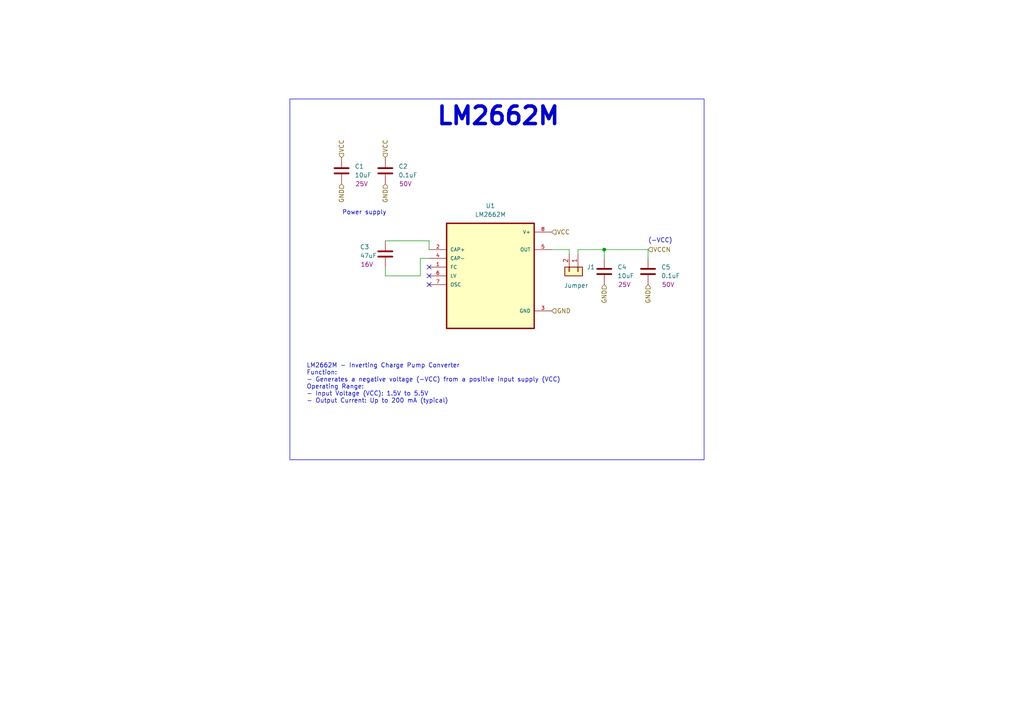
<source format=kicad_sch>
(kicad_sch (version 20250114) (generator "eeschema") (generator_version "9.0")
  (paper "A4")
  (lib_symbols
    (symbol "Connector_Generic:Conn_01x02" (pin_names (offset 1.016) (hide yes))
      (property "Reference" "J" (at 0 2.54 0))
      (property "Value" "Conn_01x02" (at 0 -5.08 0))
      (symbol "Conn_01x02_1_1"
        (rectangle (start -1.27 1.27) (end 1.27 -3.81) (stroke (width 0.254)) (fill (type background)))
        (rectangle (start -1.27 0.127) (end 0 -0.127) (stroke (width 0.1524)))
        (rectangle (start -1.27 -2.413) (end 0 -2.667) (stroke (width 0.1524)))
        (pin passive line (at -5.08 0 0) (length 3.81) (name "Pin_1") (number "1"))
        (pin passive line (at -5.08 -2.54 0) (length 3.81) (name "Pin_2") (number "2"))
      )
    )
    (symbol "LM2662M:LM2662M" (pin_names (offset 1.016))
      (property "Reference" "U" (at -12.7 16.24 0))
      (property "Value" "LM2662M" (at -12.7 -19.24 0))
      (symbol "LM2662M_0_0"
        (rectangle (start -12.7 -15.24) (end 12.7 15.24) (stroke (width 0.41)) (fill (type background)))
        (pin input line (at -17.78 7.62 0) (length 5.08) (name "CAP+") (number "2"))
        (pin input line (at -17.78 5.08 0) (length 5.08) (name "CAP-") (number "4"))
        (pin input line (at -17.78 2.54 0) (length 5.08) (name "FC") (number "1"))
        (pin input line (at -17.78 0 0) (length 5.08) (name "LV") (number "6"))
        (pin input line (at -17.78 -2.54 0) (length 5.08) (name "OSC") (number "7"))
        (pin power_in line (at 17.78 12.7 180) (length 5.08) (name "V+") (number "8"))
        (pin output line (at 17.78 7.62 180) (length 5.08) (name "OUT") (number "5"))
        (pin power_in line (at 17.78 -10.16 180) (length 5.08) (name "GND") (number "3"))
      )
    )
    (symbol "Library:C" (pin_numbers (hide yes)) (pin_names (offset 0.254))
      (property "Reference" "C" (at 0.635 2.54 0))
      (property "Value" "C" (at 0.635 -2.54 0))
      (symbol "C_0_1"
        (polyline (pts (xy -2.032 0.762) (xy 2.032 0.762)) (stroke (width 0.508)))
        (polyline (pts (xy -2.032 -0.762) (xy 2.032 -0.762)) (stroke (width 0.508)))
      )
      (symbol "C_1_1"
        (pin passive line (at 0 3.81 270) (length 2.794) (name "~") (number "1"))
        (pin passive line (at 0 -3.81 90) (length 2.794) (name "~") (number "2"))
      )
    )
  )
  (rectangle (start 84.074 28.702) (end 204.216 133.35))
  (text "Power supply\n" (at 105.664 61.722 0) (effects (font (size 1.27 1.27))))
  (text "(-VCC)" (at 191.516 69.85 0) (effects (font (size 1.27 1.27))))
  (text "LM2662M - Inverting Charge Pump Converter\nFunction:\n- Generates a negative voltage (-VCC) from a positive input supply (VCC)\nOperating Range:\n- Input Voltage (VCC): 1.5V to 5.5V\n- Output Current: Up to 200 mA (typical)\n\n" (at 88.9 112.268 0) (effects (font (size 1.27 1.27)) (justify left)))
  (text "LM2662M" (at 144.526 33.782 0) (effects (font (size 5.08 5.08) (thickness 1.016) (bold yes))))
  (junction (at 175.26 72.39))
  (no_connect (at 124.46 80.01))
  (no_connect (at 124.46 77.47))
  (no_connect (at 124.46 82.55))
  (wire (pts (xy 160.02 72.39) (xy 165.1 72.39)))
  (wire (pts (xy 124.46 74.93) (xy 121.92 74.93)))
  (wire (pts (xy 167.64 73.66) (xy 167.64 72.39)))
  (wire (pts (xy 175.26 72.39) (xy 175.26 74.93)))
  (wire (pts (xy 124.46 69.85) (xy 111.76 69.85)))
  (wire (pts (xy 187.96 74.93) (xy 187.96 72.39)))
  (wire (pts (xy 121.92 80.01) (xy 111.76 80.01)))
  (wire (pts (xy 165.1 72.39) (xy 165.1 73.66)))
  (wire (pts (xy 111.76 80.01) (xy 111.76 77.47)))
  (wire (pts (xy 187.96 72.39) (xy 175.26 72.39)))
  (wire (pts (xy 167.64 72.39) (xy 175.26 72.39)))
  (wire (pts (xy 121.92 74.93) (xy 121.92 80.01)))
  (wire (pts (xy 124.46 72.39) (xy 124.46 69.85)))
  (hierarchical_label "VCC" (shape input) (at 111.76 45.72 90))
  (hierarchical_label "GND" (shape input) (at 99.06 53.34 270))
  (hierarchical_label "VCC" (shape input) (at 160.02 67.31 0))
  (hierarchical_label "VCC" (shape input) (at 99.06 45.72 90))
  (hierarchical_label "GND" (shape input) (at 187.96 82.55 270))
  (hierarchical_label "GND" (shape input) (at 160.02 90.17 0))
  (hierarchical_label "GND" (shape input) (at 111.76 53.34 270))
  (hierarchical_label "VCCN" (shape input) (at 187.96 72.39 0))
  (hierarchical_label "GND" (shape input) (at 175.26 82.55 270))
  (symbol (lib_id "Library:C") (at 99.06 49.53 0) (unit 1)
    (property "Reference" "C1" (at 102.87 48.2599 0) (effects (justify left)))
    (property "Value" "10uF" (at 102.87 50.7999 0) (effects (justify left)))
    (property "Footprint" "Capacitor_SMD:C_0603_1608Metric" (effects (hide yes)))
    (property "Description" "Unpolarized capacitor" (effects (hide yes)))
    (property "package" "0603" (effects (hide yes)))
    (property "LCSC_part#" "C96446" (effects (hide yes)))
    (property "MPN" "CL10A106MA8NRNC" (effects (hide yes)))
    (property "Voltage" "25V" (at 104.902 53.34 0))
  )
  (symbol (lib_id "Library:C") (at 175.26 78.74 0) (unit 1)
    (property "Reference" "C4" (at 179.07 77.4699 0) (effects (justify left)))
    (property "Value" "10uF" (at 179.07 80.0099 0) (effects (justify left)))
    (property "Footprint" "Capacitor_SMD:C_0603_1608Metric" (effects (hide yes)))
    (property "Description" "Unpolarized capacitor" (effects (hide yes)))
    (property "package" "0603" (effects (hide yes)))
    (property "LCSC_part#" "C96446" (effects (hide yes)))
    (property "MPN" "CL10A106MA8NRNC" (effects (hide yes)))
    (property "Voltage" "25V" (at 181.102 82.55 0))
  )
  (symbol (lib_id "LM2662M:LM2662M") (at 142.24 80.01 0) (unit 1)
    (property "Reference" "U1" (at 142.24 59.69 0))
    (property "Value" "LM2662M" (at 142.24 62.23 0))
    (property "Footprint" "LM2662M:SOIC127P599X175-8N" (effects (hide yes)))
    (property "LCSC_part#" "C134022" (effects (hide yes)))
    (property "MPN" " LM2662M/NOPB" (effects (hide yes)))
  )
  (symbol (lib_id "Library:C") (at 111.76 73.66 0) (unit 1)
    (property "Reference" "C3" (at 104.394 71.6279 0) (effects (justify left)))
    (property "Value" "47uF" (at 104.394 74.1679 0) (effects (justify left)))
    (property "Footprint" "Capacitor_SMD:C_1210_3225Metric_Pad1.33x2.70mm_HandSolder" (effects (hide yes)))
    (property "Description" "Unpolarized capacitor" (effects (hide yes)))
    (property "package" "0603" (effects (hide yes)))
    (property "LCSC_part#" "C596320" (effects (hide yes)))
    (property "MPN" "CC1210KKX5R7BB476" (effects (hide yes)))
    (property "Voltage" "16V" (at 106.426 76.708 0))
  )
  (symbol (lib_id "Library:C") (at 187.96 78.74 0) (unit 1)
    (property "Reference" "C5" (at 191.77 77.4699 0) (effects (justify left)))
    (property "Value" "0.1uF" (at 191.77 80.0099 0) (effects (justify left)))
    (property "Footprint" "Capacitor_SMD:C_0603_1608Metric" (effects (hide yes)))
    (property "Description" "Unpolarized capacitor" (effects (hide yes)))
    (property "package" "0603" (effects (hide yes)))
    (property "LCSC_part#" "C14663" (effects (hide yes)))
    (property "MPN" "CC0603KRX7R9BB104" (effects (hide yes)))
    (property "Voltage" "50V" (at 193.802 82.55 0))
  )
  (symbol (lib_id "Connector_Generic:Conn_01x02") (at 167.64 78.74 270) (unit 1)
    (property "Reference" "J1" (at 170.18 77.4699 90) (effects (justify left)))
    (property "Value" "Jumper" (at 163.576 82.804 90) (effects (justify left)))
    (property "Footprint" "Connector_PinHeader_2.54mm:PinHeader_1x02_P2.54mm_Vertical" (effects (hide yes)))
    (property "Description" "Generic connector, single row, 01x02, script generated (kicad-library-utils/schlib/autogen/connector/)" (effects (hide yes)))
    (property "LCSC_part#" "C9742" (effects (hide yes)))
    (property "MPN" "2.54-1*40PCircular Pins" (effects (hide yes)))
  )
  (symbol (lib_id "Library:C") (at 111.76 49.53 0) (unit 1)
    (property "Reference" "C2" (at 115.57 48.2599 0) (effects (justify left)))
    (property "Value" "0.1uF" (at 115.57 50.7999 0) (effects (justify left)))
    (property "Footprint" "Capacitor_SMD:C_0603_1608Metric" (effects (hide yes)))
    (property "Description" "Unpolarized capacitor" (effects (hide yes)))
    (property "package" "0603" (effects (hide yes)))
    (property "LCSC_part#" "C14663" (effects (hide yes)))
    (property "MPN" "CC0603KRX7R9BB104" (effects (hide yes)))
    (property "Voltage" "50V" (at 117.602 53.34 0))
  )
)
</source>
